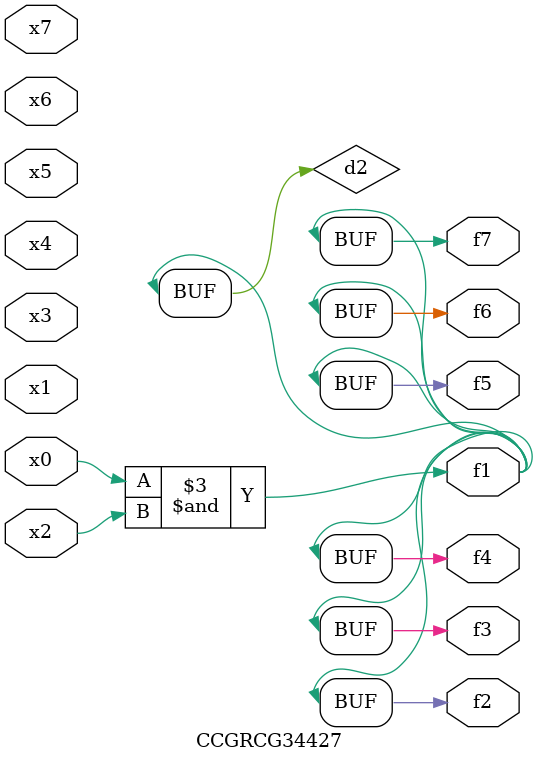
<source format=v>
module CCGRCG34427(
	input x0, x1, x2, x3, x4, x5, x6, x7,
	output f1, f2, f3, f4, f5, f6, f7
);

	wire d1, d2;

	nor (d1, x3, x6);
	and (d2, x0, x2);
	assign f1 = d2;
	assign f2 = d2;
	assign f3 = d2;
	assign f4 = d2;
	assign f5 = d2;
	assign f6 = d2;
	assign f7 = d2;
endmodule

</source>
